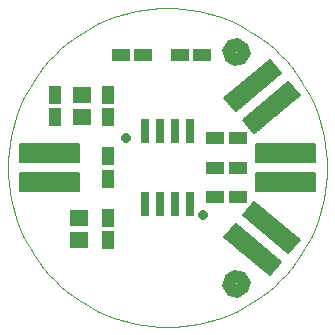
<source format=gts>
G75*
G70*
%OFA0B0*%
%FSLAX24Y24*%
%IPPOS*%
%LPD*%
%AMOC8*
5,1,8,0,0,1.08239X$1,22.5*
%
%ADD10C,0.0004*%
%ADD11R,0.0300X0.0840*%
%ADD12R,0.0631X0.0434*%
%ADD13R,0.0434X0.0631*%
%ADD14R,0.0631X0.0552*%
%ADD15C,0.0064*%
%ADD16C,0.0180*%
%ADD17OC8,0.0317*%
D10*
X000111Y005426D02*
X000117Y005687D01*
X000137Y005947D01*
X000169Y006206D01*
X000213Y006463D01*
X000270Y006717D01*
X000340Y006969D01*
X000422Y007217D01*
X000516Y007460D01*
X000621Y007698D01*
X000739Y007931D01*
X000867Y008158D01*
X001007Y008379D01*
X001157Y008592D01*
X001317Y008798D01*
X001488Y008995D01*
X001668Y009184D01*
X001857Y009364D01*
X002054Y009535D01*
X002260Y009695D01*
X002473Y009845D01*
X002694Y009985D01*
X002921Y010113D01*
X003154Y010231D01*
X003392Y010336D01*
X003635Y010430D01*
X003883Y010512D01*
X004135Y010582D01*
X004389Y010639D01*
X004646Y010683D01*
X004905Y010715D01*
X005165Y010735D01*
X005426Y010741D01*
X005687Y010735D01*
X005947Y010715D01*
X006206Y010683D01*
X006463Y010639D01*
X006717Y010582D01*
X006969Y010512D01*
X007217Y010430D01*
X007460Y010336D01*
X007698Y010231D01*
X007931Y010113D01*
X008158Y009985D01*
X008379Y009845D01*
X008592Y009695D01*
X008798Y009535D01*
X008995Y009364D01*
X009184Y009184D01*
X009364Y008995D01*
X009535Y008798D01*
X009695Y008592D01*
X009845Y008379D01*
X009985Y008158D01*
X010113Y007931D01*
X010231Y007698D01*
X010336Y007460D01*
X010430Y007217D01*
X010512Y006969D01*
X010582Y006717D01*
X010639Y006463D01*
X010683Y006206D01*
X010715Y005947D01*
X010735Y005687D01*
X010741Y005426D01*
X010735Y005165D01*
X010715Y004905D01*
X010683Y004646D01*
X010639Y004389D01*
X010582Y004135D01*
X010512Y003883D01*
X010430Y003635D01*
X010336Y003392D01*
X010231Y003154D01*
X010113Y002921D01*
X009985Y002694D01*
X009845Y002473D01*
X009695Y002260D01*
X009535Y002054D01*
X009364Y001857D01*
X009184Y001668D01*
X008995Y001488D01*
X008798Y001317D01*
X008592Y001157D01*
X008379Y001007D01*
X008158Y000867D01*
X007931Y000739D01*
X007698Y000621D01*
X007460Y000516D01*
X007217Y000422D01*
X006969Y000340D01*
X006717Y000270D01*
X006463Y000213D01*
X006206Y000169D01*
X005947Y000137D01*
X005687Y000117D01*
X005426Y000111D01*
X005165Y000117D01*
X004905Y000137D01*
X004646Y000169D01*
X004389Y000213D01*
X004135Y000270D01*
X003883Y000340D01*
X003635Y000422D01*
X003392Y000516D01*
X003154Y000621D01*
X002921Y000739D01*
X002694Y000867D01*
X002473Y001007D01*
X002260Y001157D01*
X002054Y001317D01*
X001857Y001488D01*
X001668Y001668D01*
X001488Y001857D01*
X001317Y002054D01*
X001157Y002260D01*
X001007Y002473D01*
X000867Y002694D01*
X000739Y002921D01*
X000621Y003154D01*
X000516Y003392D01*
X000422Y003635D01*
X000340Y003883D01*
X000270Y004135D01*
X000213Y004389D01*
X000169Y004646D01*
X000137Y004905D01*
X000117Y005165D01*
X000111Y005426D01*
D11*
X004676Y006636D03*
X005176Y006636D03*
X005676Y006636D03*
X006176Y006636D03*
X006176Y004216D03*
X005676Y004216D03*
X005176Y004216D03*
X004676Y004216D03*
D12*
X007024Y004442D03*
X007764Y004442D03*
X007764Y005426D03*
X007024Y005426D03*
X007024Y006410D03*
X007764Y006410D03*
X006583Y009166D03*
X005843Y009166D03*
X004615Y009166D03*
X003875Y009166D03*
D13*
X003457Y007843D03*
X003457Y007103D03*
X003457Y005796D03*
X003457Y005056D03*
X003457Y003749D03*
X003457Y003009D03*
X001686Y007103D03*
X001686Y007843D03*
D14*
X002473Y003005D03*
X002473Y003753D03*
X002571Y007099D03*
X002571Y007847D03*
D15*
X002477Y006198D02*
X000501Y006198D01*
X002477Y006198D02*
X002477Y005622D01*
X000501Y005622D01*
X000501Y006198D01*
X000501Y005685D02*
X002477Y005685D01*
X002477Y005748D02*
X000501Y005748D01*
X000501Y005811D02*
X002477Y005811D01*
X002477Y005874D02*
X000501Y005874D01*
X000501Y005937D02*
X002477Y005937D01*
X002477Y006000D02*
X000501Y006000D01*
X000501Y006063D02*
X002477Y006063D01*
X002477Y006126D02*
X000501Y006126D01*
X000501Y006189D02*
X002477Y006189D01*
X002477Y005230D02*
X000501Y005230D01*
X002477Y005230D02*
X002477Y004654D01*
X000501Y004654D01*
X000501Y005230D01*
X000501Y004717D02*
X002477Y004717D01*
X002477Y004780D02*
X000501Y004780D01*
X000501Y004843D02*
X002477Y004843D01*
X002477Y004906D02*
X000501Y004906D01*
X000501Y004969D02*
X002477Y004969D01*
X002477Y005032D02*
X000501Y005032D01*
X000501Y005095D02*
X002477Y005095D01*
X002477Y005158D02*
X000501Y005158D01*
X000501Y005221D02*
X002477Y005221D01*
X007323Y003107D02*
X008835Y001838D01*
X007323Y003107D02*
X007693Y003548D01*
X009205Y002279D01*
X008835Y001838D01*
X008888Y001901D02*
X008760Y001901D01*
X008685Y001964D02*
X008941Y001964D01*
X008994Y002027D02*
X008610Y002027D01*
X008535Y002090D02*
X009046Y002090D01*
X009099Y002153D02*
X008460Y002153D01*
X008385Y002216D02*
X009152Y002216D01*
X009205Y002279D02*
X008310Y002279D01*
X008234Y002342D02*
X009130Y002342D01*
X009055Y002405D02*
X008159Y002405D01*
X008084Y002468D02*
X008980Y002468D01*
X008905Y002531D02*
X008009Y002531D01*
X007934Y002594D02*
X008830Y002594D01*
X008755Y002657D02*
X007859Y002657D01*
X007784Y002720D02*
X008680Y002720D01*
X008604Y002783D02*
X007709Y002783D01*
X007634Y002846D02*
X008529Y002846D01*
X008454Y002909D02*
X007559Y002909D01*
X007484Y002972D02*
X008379Y002972D01*
X008304Y003035D02*
X007409Y003035D01*
X007334Y003098D02*
X008229Y003098D01*
X008154Y003161D02*
X007368Y003161D01*
X007421Y003224D02*
X008079Y003224D01*
X008004Y003287D02*
X007474Y003287D01*
X007527Y003350D02*
X007929Y003350D01*
X007854Y003413D02*
X007580Y003413D01*
X007633Y003476D02*
X007779Y003476D01*
X007704Y003539D02*
X007685Y003539D01*
X007946Y003849D02*
X009458Y002580D01*
X007946Y003849D02*
X008316Y004290D01*
X009828Y003021D01*
X009458Y002580D01*
X009511Y002643D02*
X009383Y002643D01*
X009308Y002706D02*
X009564Y002706D01*
X009617Y002769D02*
X009233Y002769D01*
X009158Y002832D02*
X009669Y002832D01*
X009722Y002895D02*
X009083Y002895D01*
X009008Y002958D02*
X009775Y002958D01*
X009828Y003021D02*
X008933Y003021D01*
X008857Y003084D02*
X009753Y003084D01*
X009678Y003147D02*
X008782Y003147D01*
X008707Y003210D02*
X009603Y003210D01*
X009528Y003273D02*
X008632Y003273D01*
X008557Y003336D02*
X009453Y003336D01*
X009378Y003399D02*
X008482Y003399D01*
X008407Y003462D02*
X009303Y003462D01*
X009227Y003525D02*
X008332Y003525D01*
X008257Y003588D02*
X009152Y003588D01*
X009077Y003651D02*
X008182Y003651D01*
X008107Y003714D02*
X009002Y003714D01*
X008927Y003777D02*
X008032Y003777D01*
X007957Y003840D02*
X008852Y003840D01*
X008777Y003903D02*
X007991Y003903D01*
X008044Y003966D02*
X008702Y003966D01*
X008627Y004029D02*
X008097Y004029D01*
X008150Y004092D02*
X008552Y004092D01*
X008477Y004155D02*
X008203Y004155D01*
X008256Y004218D02*
X008402Y004218D01*
X008327Y004281D02*
X008308Y004281D01*
X008375Y004654D02*
X010351Y004654D01*
X008375Y004654D02*
X008375Y005230D01*
X010351Y005230D01*
X010351Y004654D01*
X010351Y004717D02*
X008375Y004717D01*
X008375Y004780D02*
X010351Y004780D01*
X010351Y004843D02*
X008375Y004843D01*
X008375Y004906D02*
X010351Y004906D01*
X010351Y004969D02*
X008375Y004969D01*
X008375Y005032D02*
X010351Y005032D01*
X010351Y005095D02*
X008375Y005095D01*
X008375Y005158D02*
X010351Y005158D01*
X010351Y005221D02*
X008375Y005221D01*
X008375Y005622D02*
X010351Y005622D01*
X008375Y005622D02*
X008375Y006198D01*
X010351Y006198D01*
X010351Y005622D01*
X010351Y005685D02*
X008375Y005685D01*
X008375Y005748D02*
X010351Y005748D01*
X010351Y005811D02*
X008375Y005811D01*
X008375Y005874D02*
X010351Y005874D01*
X010351Y005937D02*
X008375Y005937D01*
X008375Y006000D02*
X010351Y006000D01*
X010351Y006063D02*
X008375Y006063D01*
X008375Y006126D02*
X010351Y006126D01*
X010351Y006189D02*
X008375Y006189D01*
X008316Y006562D02*
X009828Y007831D01*
X008316Y006562D02*
X007946Y007003D01*
X009458Y008272D01*
X009828Y007831D01*
X008391Y006625D02*
X008263Y006625D01*
X008210Y006688D02*
X008466Y006688D01*
X008541Y006751D02*
X008157Y006751D01*
X008105Y006814D02*
X008616Y006814D01*
X008691Y006877D02*
X008052Y006877D01*
X007999Y006940D02*
X008766Y006940D01*
X008841Y007003D02*
X007946Y007003D01*
X008021Y007066D02*
X008917Y007066D01*
X008992Y007129D02*
X008096Y007129D01*
X008171Y007192D02*
X009067Y007192D01*
X009142Y007255D02*
X008246Y007255D01*
X008321Y007318D02*
X009217Y007318D01*
X009292Y007381D02*
X008396Y007381D01*
X008471Y007444D02*
X009367Y007444D01*
X009442Y007507D02*
X008547Y007507D01*
X008622Y007570D02*
X009517Y007570D01*
X009592Y007633D02*
X008697Y007633D01*
X008772Y007696D02*
X009667Y007696D01*
X009742Y007759D02*
X008847Y007759D01*
X008922Y007822D02*
X009817Y007822D01*
X009783Y007885D02*
X008997Y007885D01*
X009072Y007948D02*
X009730Y007948D01*
X009677Y008011D02*
X009147Y008011D01*
X009222Y008074D02*
X009624Y008074D01*
X009571Y008137D02*
X009297Y008137D01*
X009372Y008200D02*
X009518Y008200D01*
X009466Y008263D02*
X009447Y008263D01*
X009205Y008573D02*
X007693Y007304D01*
X007323Y007745D01*
X008835Y009014D01*
X009205Y008573D01*
X007768Y007367D02*
X007640Y007367D01*
X007587Y007430D02*
X007843Y007430D01*
X007918Y007493D02*
X007534Y007493D01*
X007482Y007556D02*
X007993Y007556D01*
X008068Y007619D02*
X007429Y007619D01*
X007376Y007682D02*
X008143Y007682D01*
X008218Y007745D02*
X007323Y007745D01*
X007398Y007808D02*
X008294Y007808D01*
X008369Y007871D02*
X007473Y007871D01*
X007548Y007934D02*
X008444Y007934D01*
X008519Y007997D02*
X007623Y007997D01*
X007698Y008060D02*
X008594Y008060D01*
X008669Y008123D02*
X007773Y008123D01*
X007848Y008186D02*
X008744Y008186D01*
X008819Y008249D02*
X007924Y008249D01*
X007999Y008312D02*
X008894Y008312D01*
X008969Y008375D02*
X008074Y008375D01*
X008149Y008438D02*
X009044Y008438D01*
X009119Y008501D02*
X008224Y008501D01*
X008299Y008564D02*
X009194Y008564D01*
X009160Y008627D02*
X008374Y008627D01*
X008449Y008690D02*
X009107Y008690D01*
X009054Y008753D02*
X008524Y008753D01*
X008599Y008816D02*
X009001Y008816D01*
X008948Y008879D02*
X008674Y008879D01*
X008749Y008942D02*
X008895Y008942D01*
X008843Y009005D02*
X008824Y009005D01*
D16*
X008005Y009324D02*
X008095Y009234D01*
X007946Y008975D01*
X007659Y008898D01*
X007400Y009047D01*
X007323Y009334D01*
X007472Y009593D01*
X007759Y009670D01*
X008018Y009521D01*
X008095Y009234D01*
X007950Y009253D01*
X007857Y009091D01*
X007678Y009043D01*
X007516Y009136D01*
X007468Y009315D01*
X007561Y009477D01*
X007740Y009525D01*
X007902Y009432D01*
X007950Y009253D01*
X007805Y009272D01*
X007768Y009207D01*
X007697Y009188D01*
X007632Y009225D01*
X007613Y009296D01*
X007650Y009361D01*
X007721Y009380D01*
X007786Y009343D01*
X007805Y009272D01*
X008005Y001528D02*
X008095Y001618D01*
X008018Y001331D01*
X007759Y001182D01*
X007472Y001259D01*
X007323Y001518D01*
X007400Y001805D01*
X007659Y001954D01*
X007946Y001877D01*
X008095Y001618D01*
X007950Y001599D01*
X007902Y001420D01*
X007740Y001327D01*
X007561Y001375D01*
X007468Y001537D01*
X007516Y001716D01*
X007678Y001809D01*
X007857Y001761D01*
X007950Y001599D01*
X007805Y001580D01*
X007786Y001509D01*
X007721Y001472D01*
X007650Y001491D01*
X007613Y001556D01*
X007632Y001627D01*
X007697Y001664D01*
X007768Y001645D01*
X007805Y001580D01*
D17*
X008728Y002339D03*
X006607Y003851D03*
X004048Y006410D03*
X002257Y005938D03*
X009363Y007788D03*
X009988Y004938D03*
M02*

</source>
